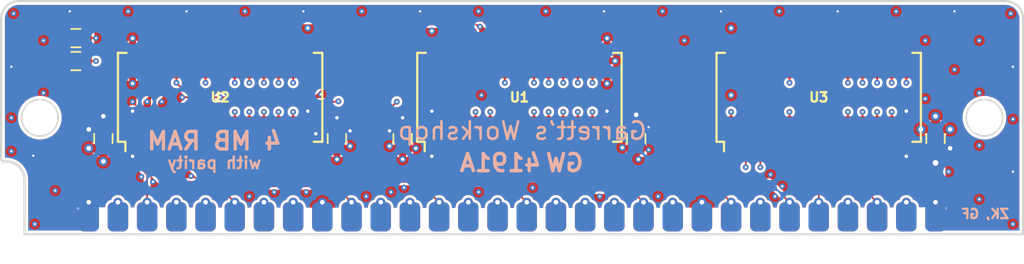
<source format=kicad_pcb>
(kicad_pcb (version 20221018) (generator pcbnew)
  (title_block (title "GW4191A") (date "2021-06-19") (rev "1.0-SOJ") (company "Garrett's Workshop"))
  (layers (0 "F.Cu" signal) (1 "In1.Cu" power) (2 "In2.Cu" signal) (31 "B.Cu" power) (34 "B.Paste" user) (35 "F.Paste" user) (36 "B.SilkS" user "B.Silkscreen") (37 "F.SilkS" user "F.Silkscreen") (38 "B.Mask" user) (39 "F.Mask" user) (44 "Edge.Cuts" user))
  (net 0 "")
  (net 1 "+5V")
  (net 2 "/D0")
  (net 3 "/D1")
  (net 4 "/~{WE}")
  (net 5 "/~{RAS}")
  (net 6 "/~{CAS}")
  (net 7 "/D2")
  (net 8 "/D3")
  (net 9 "GND")
  (net 10 "/D4")
  (net 11 "/D5")
  (net 12 "/D6")
  (net 13 "/A11")
  (net 14 "/D7")
  (net 15 "/QP")
  (net 16 "/~{CASP}")
  (net 17 "/DP")
  (net 18 "/1A0")
  (net 19 "/1A1")
  (net 20 "/1A2")
  (net 21 "/1A3")
  (net 22 "/1A4")
  (net 23 "/1A5")
  (net 24 "/1A6")
  (net 25 "/1A7")
  (net 26 "/1A8")
  (net 27 "/1A10")
  (net 28 "/1A9")
  (net 29 "/~{OE}")
  (net 30 "Net-(U3-Pad4)")
  (net 31 "Net-(U3-Pad23)")
  (footprint "stdpads:C_0805" (layer "F.Cu") (at 85.09 93.257 -90)
    (fp_text reference "C1")
    (fp_text value "2u2")
  )
  (footprint "stdpads:C_0805" (layer "F.Cu") (at 105.41 93.257 -90)
    (fp_text reference "C2")
    (fp_text value "2u2")
  )
  (footprint "stdpads:C_0805" (layer "F.Cu") (at 111.125 93.257 -90)
    (fp_text reference "C3")
    (fp_text value "2u2")
  )
  (footprint "stdpads:C_0805" (layer "F.Cu") (at 131.445 93.257 -90)
    (fp_text reference "C4")
    (fp_text value "2u2")
  )
  (footprint "stdpads:C_0805" (layer "F.Cu") (at 157.48 93.257 90)
    (fp_text reference "C5")
    (fp_text value "2u2")
  )
  (footprint "stdpads:SIMM-30_Edge" (layer "F.Cu") (at 120.65 99.822)
    (fp_text reference "J1")
    (fp_text value "DRAM-SIMM-30")
  )
  (footprint "stdpads:R_0805" (layer "F.Cu") (at 82.7 86.5 180)
    (fp_text reference "R1")
    (fp_text value "EDO")
  )
  (footprint "stdpads:R_0805" (layer "F.Cu") (at 82.7 84.5)
    (fp_text reference "R2")
    (fp_text value "FPM")
  )
  (footprint "stdpads:SOJ-24-26_300mil" (layer "F.Cu") (at 121.285 89.662 90)
    (fp_text reference "U1")
    (fp_text value "4C4M4")
  )
  (footprint "stdpads:SOJ-24-26_300mil" (layer "F.Cu") (at 95.25 89.662 90)
    (fp_text reference "U2")
    (fp_text value "4C4M4")
  )
  (footprint "stdpads:SOJ-20-26_300mil" (layer "F.Cu") (at 147.32 89.662 90)
    (fp_text reference "U3")
    (fp_text value "4C4M1")
  )
  (gr_circle (center 79.5655 91.44) (end 77.978 91.44) (stroke (width 0.15)) (fill none) (layer "Edge.Cuts"))
  (gr_circle (center 161.7345 91.44) (end 163.322 91.44) (stroke (width 0.15)) (fill none) (layer "Edge.Cuts"))
  (gr_arc (start 163.576 81.28) (mid 164.653631 81.726369) (end 165.1 82.804) (stroke (width 0.2)) (layer "Edge.Cuts"))
  (gr_arc (start 76.2 82.804) (mid 76.646369 81.726369) (end 77.724 81.28) (stroke (width 0.2)) (layer "Edge.Cuts"))
  (gr_arc (start 76.454 95.25) (mid 76.274395 95.175605) (end 76.2 94.996) (stroke (width 0.2)) (layer "Edge.Cuts"))
  (gr_line (start 76.6445 95.25) (end 76.454 95.25) (stroke (width 0.2)) (layer "Edge.Cuts"))
  (gr_line (start 78.232 101.6) (end 78.232 96.8375) (stroke (width 0.2)) (layer "Edge.Cuts"))
  (gr_line (start 76.2 94.996) (end 76.2 82.804) (stroke (width 0.2)) (layer "Edge.Cuts"))
  (gr_arc (start 76.6445 95.25) (mid 77.767032 95.714968) (end 78.232 96.8375) (stroke (width 0.2)) (layer "Edge.Cuts"))
  (gr_line (start 165.1 82.804) (end 165.1 101.6) (stroke (width 0.2)) (layer "Edge.Cuts"))
  (gr_line (start 165.1 101.6) (end 78.232 101.6) (stroke (width 0.2)) (layer "Edge.Cuts"))
  (gr_line (start 77.724 81.28) (end 163.576 81.28) (stroke (width 0.2)) (layer "Edge.Cuts"))
  (gr_text "GW" (at 125.222 95.377) (layer "B.SilkS") (effects (font (size 1.5 1.5) (thickness 0.3)) (justify mirror)))
  (gr_text "4 MB RAM" (at 94.742 93.472) (layer "B.SilkS") (effects (font (size 1.524 1.524) (thickness 0.3)) (justify mirror)))
  (gr_text "Garrett’s Workshop" (at 121.539 92.583) (layer "B.SilkS") (effects (font (size 1.524 1.524) (thickness 0.225)) (justify mirror)))
  (gr_text "with parity" (at 94.742 95.377) (layer "B.SilkS") (effects (font (size 1.016 1.016) (thickness 0.2032)) (justify mirror)))
  (gr_text "4191A" (at 119.634 95.377) (layer "B.SilkS") (effects (font (size 1.5 1.5) (thickness 0.3)) (justify mirror)))
  (gr_text "ZK, GF" (at 161.798 99.822) (layer "B.SilkS") (effects (font (size 0.8128 0.8128) (thickness 0.2032)) (justify mirror)))
  (segment (start 154.94 93.599) (end 154.94 92.837) (width 0.6) (layer "F.Cu") (net 1))
  (segment (start 113.665 92.456) (end 113.665 92.837) (width 0.6) (layer "F.Cu") (net 1))
  (segment (start 132.383 92.407) (end 132.5245 92.2655) (width 0.508) (layer "F.Cu") (net 1))
  (segment (start 85.09 92.407) (end 83.869 92.407) (width 0.762) (layer "F.Cu") (net 1))
  (segment (start 131.445 92.407) (end 131.445 91.186) (width 0.762) (layer "F.Cu") (net 1))
  (segment (start 157.48 98.806) (end 157.48 95.377) (width 1.27) (layer "F.Cu") (net 1))
  (segment (start 131.445 92.407) (end 132.383 92.407) (width 0.508) (layer "F.Cu") (net 1))
  (segment (start 128.905 92.456) (end 128.905 92.837) (width 0.6) (layer "F.Cu") (net 1))
  (segment (start 102.87 92.456) (end 102.87 92.837) (width 0.6) (layer "F.Cu") (net 1))
  (segment (start 111.125 92.407) (end 111.125 91.44) (width 0.6) (layer "F.Cu") (net 1))
  (segment (start 110.158 92.407) (end 109.982 92.583) (width 0.6) (layer "F.Cu") (net 1))
  (segment (start 128.954 92.407) (end 128.905 92.456) (width 0.6) (layer "F.Cu") (net 1))
  (segment (start 102.87 92.837) (end 102.87 90.8685) (width 0.6) (layer "F.Cu") (net 1))
  (segment (start 157.48 94.107) (end 158.75 94.107) (width 0.8) (layer "F.Cu") (net 1))
  (segment (start 154.94 92.837) (end 154.94 94.8055) (width 0.6) (layer "F.Cu") (net 1))
  (segment (start 155.7655 93.599) (end 154.94 93.599) (width 0.6) (layer "F.Cu") (net 1))
  (segment (start 102.87 92.837) (end 103.5685 92.837) (width 0.6) (layer "F.Cu") (net 1))
  (segment (start 83.869 92.407) (end 83.82 92.456) (width 0.762) (layer "F.Cu") (net 1))
  (segment (start 113.665 92.837) (end 113.665 90.8685) (width 0.6) (layer "F.Cu") (net 1))
  (segment (start 85.09 92.407) (end 87.581 92.407) (width 0.6) (layer "F.Cu") (net 1))
  (segment (start 157.48 94.107) (end 156.2735 94.107) (width 0.6) (layer "F.Cu") (net 1))
  (segment (start 102.919 92.407) (end 102.87 92.456) (width 0.6) (layer "F.Cu") (net 1))
  (segment (start 105.41 92.407) (end 105.41 91.44) (width 0.6) (layer "F.Cu") (net 1))
  (segment (start 111.125 92.407) (end 113.616 92.407) (width 0.6) (layer "F.Cu") (net 1))
  (segment (start 157.48 95.377) (end 157.48 94.107) (width 0.762) (layer "F.Cu") (net 1))
  (segment (start 87.63 92.837) (end 87.63 94.8055) (width 0.6) (layer "F.Cu") (net 1))
  (segment (start 106.377 92.407) (end 106.553 92.583) (width 0.6) (layer "F.Cu") (net 1))
  (segment (start 87.581 92.407) (end 87.63 92.456) (width 0.6) (layer "F.Cu") (net 1))
  (segment (start 87.63 92.456) (end 87.63 92.837) (width 0.6) (layer "F.Cu") (net 1))
  (segment (start 131.445 92.407) (end 128.954 92.407) (width 0.6) (layer "F.Cu") (net 1))
  (segment (start 113.665 92.837) (end 113.665 94.8055) (width 0.6) (layer "F.Cu") (net 1))
  (segment (start 128.905 92.837) (end 128.905 90.8685) (width 0.6) (layer "F.Cu") (net 1))
  (segment (start 105.41 92.407) (end 102.919 92.407) (width 0.6) (layer "F.Cu") (net 1))
  (segment (start 113.616 92.407) (end 113.665 92.456) (width 0.6) (layer "F.Cu") (net 1))
  (segment (start 154.94 92.837) (end 154.94 90.8685) (width 0.6) (layer "F.Cu") (net 1))
  (segment (start 156.2735 94.107) (end 155.7655 93.599) (width 0.6) (layer "F.Cu") (net 1))
  (segment (start 111.125 92.407) (end 110.158 92.407) (width 0.6) (layer "F.Cu") (net 1))
  (segment (start 87.63 92.837) (end 87.63 90.8685) (width 0.6) (layer "F.Cu") (net 1))
  (segment (start 85.09 92.407) (end 85.09 91.313) (width 0.762) (layer "F.Cu") (net 1))
  (segment (start 105.41 92.407) (end 106.377 92.407) (width 0.6) (layer "F.Cu") (net 1))
  (via (at 77.089 86.995) (size 0.508) (drill 0.2) (layers "F.Cu" "B.Cu") (net 1))
  (via (at 164.211 86.995) (size 0.508) (drill 0.2) (layers "F.Cu" "B.Cu") (net 1))
  (via (at 164.211 96.139) (size 0.508) (drill 0.2) (layers "F.Cu" "B.Cu") (net 1))
  (via (at 78.994 94.742) (size 0.508) (drill 0.2) (layers "F.Cu" "B.Cu") (net 1))
  (via (at 159.131 82.169) (size 0.508) (drill 0.2) (layers "F.Cu" "B.Cu") (net 1))
  (via (at 148.971 82.169) (size 0.508) (drill 0.2) (layers "F.Cu" "B.Cu") (net 1))
  (via (at 92.329 82.169) (size 0.508) (drill 0.2) (layers "F.Cu" "B.Cu") (net 1))
  (via (at 102.489 82.169) (size 0.508) (drill 0.2) (layers "F.Cu" "B.Cu") (net 1))
  (via (at 138.811 82.169) (size 0.508) (drill 0.2) (layers "F.Cu" "B.Cu") (net 1))
  (via (at 82.169 82.169) (size 0.508) (drill 0.2) (layers "F.Cu" "B.Cu") (net 1))
  (via (at 112.649 82.169) (size 0.508) (drill 0.2) (layers "F.Cu" "B.Cu") (net 1))
  (via (at 128.651 82.169) (size 0.508) (drill 0.2) (layers "F.Cu" "B.Cu") (net 1))
  (via (at 102.87 90.8685) (size 0.6) (drill 0.3) (layers "F.Cu" "B.Cu") (net 1))
  (via (at 154.94 90.8685) (size 0.6) (drill 0.3) (layers "F.Cu" "B.Cu") (net 1))
  (via (at 87.63 94.8055) (size 0.6) (drill 0.3) (layers "F.Cu" "B.Cu") (net 1))
  (via (at 85.09 91.313) (size 0.8) (drill 0.4) (layers "F.Cu" "B.Cu") (net 1))
  (via (at 105.41 91.44) (size 0.6) (drill 0.3) (layers "F.Cu" "B.Cu") (net 1))
  (via (at 113.665 94.8055) (size 0.6) (drill 0.3) (layers "F.Cu" "B.Cu") (net 1))
  (via (at 106.553 92.583) (size 0.6) (drill 0.3) (layers "F.Cu" "B.Cu") (net 1))
  (via (at 87.63 90.8685) (size 0.6) (drill 0.3) (layers "F.Cu" "B.Cu") (net 1))
  (via (at 111.125 91.44) (size 0.6) (drill 0.3) (layers "F.Cu" "B.Cu") (net 1))
  (via (at 83.82 92.456) (size 0.8) (drill 0.4) (layers "F.Cu" "B.Cu") (net 1))
  (via (at 158.75 94.107) (size 0.8) (drill 0.4) (layers "F.Cu" "B.Cu") (net 1))
  (via (at 113.665 90.8685) (size 0.6) (drill 0.3) (layers "F.Cu" "B.Cu") (net 1))
  (via (at 154.94 94.8055) (size 0.6) (drill 0.3) (layers "F.Cu" "B.Cu") (net 1))
  (via (at 132.5245 92.2655) (size 0.508) (drill 0.2) (layers "F.Cu" "B.Cu") (net 1))
  (via (at 128.905 90.8685) (size 0.6) (drill 0.3) (layers "F.Cu" "B.Cu") (net 1))
  (via (at 131.445 91.186) (size 0.8) (drill 0.4) (layers "F.Cu" "B.Cu") (net 1))
  (via (at 157.48 95.377) (size 1) (drill 0.5) (layers "F.Cu" "B.Cu") (net 1))
  (via (at 103.5685 92.837) (size 0.6) (drill 0.3) (layers "F.Cu" "B.Cu") (net 1))
  (via (at 109.982 92.583) (size 0.6) (drill 0.3) (layers "F.Cu" "B.Cu") (net 1))
  (segment (start 88.265 95.758) (end 88.265 89.916) (width 0.1524) (layer "F.Cu") (net 2))
  (segment (start 88.9 96.393) (end 88.265 95.758) (width 0.1524) (layer "F.Cu") (net 2))
  (segment (start 88.9 89.281) (end 88.9 85.962) (width 0.1524) (layer "F.Cu") (net 2))
  (segment (start 88.265 89.916) (end 88.9 89.281) (width 0.1524) (layer "F.Cu") (net 2))
  (segment (start 88.9 98.806) (end 88.9 96.393) (width 0.1524) (layer "F.Cu") (net 2))
  (segment (start 88.9 95.758) (end 88.9 94.112) (width 0.1524) (layer "F.Cu") (net 3))
  (segment (start 90.932 97.79) (end 88.9 95.758) (width 0.1524) (layer "F.Cu") (net 3))
  (segment (start 96.52 98.806) (end 95.504 97.79) (width 0.1524) (layer "F.Cu") (net 3))
  (segment (start 95.504 97.79) (end 90.932 97.79) (width 0.1524) (layer "F.Cu") (net 3))
  (segment (start 117.475 94.112) (end 117.475 90.932) (width 0.1524) (layer "F.Cu") (net 4))
  (segment (start 105.50525 90.043) (end 95.631 90.043) (width 0.1524) (layer "F.Cu") (net 4))
  (segment (start 94.996 90.17) (end 94.869 90.043) (width 0.1524) (layer "F.Cu") (net 4))
  (segment (start 92.329 90.043) (end 91.44 90.932) (width 0.1524) (layer "F.Cu") (net 4))
  (segment (start 91.44 90.932) (end 91.44 94.112) (width 0.1524) (layer "F.Cu") (net 4))
  (segment (start 95.504 90.17) (end 94.996 90.17) (width 0.1524) (layer "F.Cu") (net 4))
  (segment (start 94.869 90.043) (end 92.329 90.043) (width 0.1524) (layer "F.Cu") (net 4))
  (segment (start 95.631 90.043) (end 95.504 90.17) (width 0.1524) (layer "F.Cu") (net 4))
  (segment (start 140.97 93.362) (end 140.97 95.758) (width 0.1524) (layer "F.Cu") (net 4))
  (segment (start 105.537 90.01125) (end 105.50525 90.043) (width 0.1524) (layer "F.Cu") (net 4))
  (via (at 117.475 90.932) (size 0.508) (drill 0.2) (layers "F.Cu" "B.Cu") (net 4))
  (via (at 105.537 90.01125) (size 0.508) (drill 0.2) (layers "F.Cu" "B.Cu") (net 4))
  (via (at 140.97 95.758) (size 0.508) (drill 0.2) (layers "F.Cu" "B.Cu") (net 4))
  (segment (start 118.745 94.112) (end 118.745 90.932) (width 0.1524) (layer "F.Cu") (net 5))
  (segment (start 110.617 90.043) (end 108.331 92.329) (width 0.1524) (layer "F.Cu") (net 5))
  (segment (start 108.331 92.329) (end 108.331 94.107) (width 0.1524) (layer "F.Cu") (net 5))
  (segment (start 92.71 95.758) (end 92.71 93.362) (width 0.1524) (layer "F.Cu") (net 5))
  (segment (start 142.24 93.362) (end 142.24 95.758) (width 0.1524) (layer "F.Cu") (net 5))
  (segment (start 93.345 96.393) (end 92.71 95.758) (width 0.1524) (layer "F.Cu") (net 5))
  (segment (start 106.045 96.393) (end 93.345 96.393) (width 0.1524) (layer "F.Cu") (net 5))
  (segment (start 108.331 94.107) (end 106.045 96.393) (width 0.1524) (layer "F.Cu") (net 5))
  (via (at 118.745 90.932) (size 0.508) (drill 0.2) (layers "F.Cu" "B.Cu") (net 5))
  (via (at 142.24 95.758) (size 0.508) (drill 0.2) (layers "F.Cu" "B.Cu") (net 5))
  (via (at 110.617 90.043) (size 0.508) (drill 0.2) (layers "F.Cu" "B.Cu") (net 5))
  (segment (start 103.3145 89.281) (end 95.631 89.281) (width 0.1524) (layer "F.Cu") (net 6))
  (segment (start 117.475 83.82) (end 116.967 83.312) (width 0.1524) (layer "F.Cu") (net 6))
  (segment (start 94.996 89.154) (end 94.869 89.281) (width 0.1524) (layer "F.Cu") (net 6))
  (segment (start 109.2835 83.312) (end 103.3145 89.281) (width 0.1524) (layer "F.Cu") (net 6))
  (segment (start 117.475 85.212) (end 117.475 83.82) (width 0.1524) (layer "F.Cu") (net 6))
  (segment (start 95.504 89.154) (end 94.996 89.154) (width 0.1524) (layer "F.Cu") (net 6))
  (segment (start 92.329 89.281) (end 91.44 88.392) (width 0.1524) (layer "F.Cu") (net 6))
  (segment (start 94.869 89.281) (end 92.329 89.281) (width 0.1524) (layer "F.Cu") (net 6))
  (segment (start 84.45 86.5) (end 83.65 86.5) (width 0.1524) (layer "F.Cu") (net 6))
  (segment (start 91.44 88.392) (end 91.44 85.212) (width 0.1524) (layer "F.Cu") (net 6))
  (segment (start 95.631 89.281) (end 95.504 89.154) (width 0.1524) (layer "F.Cu") (net 6))
  (segment (start 116.967 83.312) (end 109.2835 83.312) (width 0.1524) (layer "F.Cu") (net 6))
  (via (at 84.45 86.5) (size 0.508) (drill 0.2) (layers "F.Cu" "B.Cu") (net 6))
  (via (at 91.44 88.392) (size 0.508) (drill 0.2) (layers "F.Cu" "B.Cu") (net 6))
  (segment (start 89.535 95.758) (end 91.186 97.409) (width 0.1524) (layer "F.Cu") (net 7))
  (segment (start 105.283 97.409) (end 106.68 98.806) (width 0.1524) (layer "F.Cu") (net 7))
  (segment (start 91.186 97.409) (end 105.283 97.409) (width 0.1524) (layer "F.Cu") (net 7))
  (segment (start 90.17 85.212) (end 90.17 89.281) (width 0.1524) (layer "F.Cu") (net 7))
  (segment (start 89.535 89.916) (end 89.535 95.758) (width 0.1524) (layer "F.Cu") (net 7))
  (segment (start 90.17 89.281) (end 89.535 89.916) (width 0.1524) (layer "F.Cu") (net 7))
  (segment (start 91.44 97.028) (end 112.522 97.028) (width 0.1524) (layer "F.Cu") (net 8))
  (segment (start 90.17 94.112) (end 90.17 95.758) (width 0.1524) (layer "F.Cu") (net 8))
  (segment (start 112.522 97.028) (end 114.3 98.806) (width 0.1524) (layer "F.Cu") (net 8))
  (segment (start 90.17 95.758) (end 91.44 97.028) (width 0.1524) (layer "F.Cu") (net 8))
  (segment (start 83.65 84.5) (end 84.45 84.5) (width 0.1524) (layer "F.Cu") (net 9))
  (segment (start 139.7 86.487) (end 139.192 86.487) (width 0.6) (layer "F.Cu") (net 9))
  (segment (start 131.445 94.107) (end 131.445 94.869) (width 0.6) (layer "F.Cu") (net 9))
  (segment (start 128.905 86.487) (end 128.905 88.4555) (width 0.6) (layer "F.Cu") (net 9))
  (segment (start 111.125 94.107) (end 110.1725 94.107) (width 0.6) (layer "F.Cu") (net 9))
  (segment (start 102.87 86.487) (end 102.87 83.6295) (width 0.6) (layer "F.Cu") (net 9))
  (segment (start 128.905 86.487) (end 128.905 84.5185) (width 0.6) (layer "F.Cu") (net 9))
  (segment (start 87.63 86.487) (end 87.63 88.4555) (width 0.6) (layer "F.Cu") (net 9))
  (segment (start 131.445 94.107) (end 130.302 94.107) (width 0.6) (layer "F.Cu") (net 9))
  (segment (start 110.1725 94.107) (end 109.982 93.9165) (width 0.6) (layer "F.Cu") (net 9))
  (segment (start 157.48 92.407) (end 157.48 91.313) (width 0.8) (layer "F.Cu") (net 9))
  (segment (start 158.701 92.407) (end 158.75 92.456) (width 0.8) (layer "F.Cu") (net 9))
  (segment (start 102.87 86.487) (end 102.87 88.2015) (width 0.6) (layer "F.Cu") (net 9))
  (segment (start 139.7 86.487) (end 139.7 89.4715) (width 0.6) (layer "F.Cu") (net 9))
  (segment (start 85.09 94.107) (end 85.09 95.25) (width 0.762) (layer "F.Cu") (net 9))
  (segment (start 131.445 94.107) (end 132.3975 94.107) (width 0.508) (layer "F.Cu") (net 9))
  (segment (start 106.3625 94.107) (end 106.553 93.9165) (width 0.6) (layer "F.Cu") (net 9))
  (segment (start 113.665 86.487) (end 113.665 88.2015) (width 0.6) (layer "F.Cu") (net 9))
  (segment (start 132.3975 94.107) (end 132.5245 94.234) (width 0.508) (layer "F.Cu") (net 9))
  (segment (start 130.302 94.107) (end 130.2385 94.0435) (width 0.6) (layer "F.Cu") (net 9))
  (segment (start 113.665 86.487) (end 113.665 83.8835) (width 0.6) (layer "F.Cu") (net 9))
  (segment (start 85.09 94.107) (end 83.82 94.107) (width 0.762) (layer "F.Cu") (net 9))
  (segment (start 105.41 94.107) (end 106.3625 94.107) (width 0.6) (layer "F.Cu") (net 9))
  (segment (start 111.125 94.107) (end 111.125 95.0595) (width 0.6) (layer "F.Cu") (net 9))
  (segment (start 128.905 86.487) (end 129.6035 86.487) (width 0.6) (layer "F.Cu") (net 9))
  (segment (start 157.48 92.407) (end 156.259 92.407) (width 0.8) (layer "F.Cu") (net 9))
  (segment (start 111.125 94.107) (end 112.268 94.107) (width 0.6) (layer "F.Cu") (net 9))
  (segment (start 157.48 92.407) (end 158.701 92.407) (width 0.8) (layer "F.Cu") (net 9))
  (segment (start 156.259 92.407) (end 156.21 92.456) (width 0.8) (layer "F.Cu") (net 9))
  (segment (start 131.445 94.869) (end 131.6355 95.0595) (width 0.6) (layer "F.Cu") (net 9))
  (segment (start 139.7 86.487) (end 139.7 83.6295) (width 0.6) (layer "F.Cu") (net 9))
  (segment (start 113.665 86.487) (end 113.157 86.487) (width 0.6) (layer "F.Cu") (net 9))
  (segment (start 105.41 94.107) (end 105.41 95.0595) (width 0.6) (layer "F.Cu") (net 9))
  (segment (start 87.63 86.487) (end 87.63 84.5185) (width 0.6) (layer "F.Cu") (net 9))
  (via (at 95.25 89.662) (size 0.508) (drill 0.2) (layers "F.Cu" "B.Cu") (net 9))
  (via (at 92.71 96.52) (size 0.508) (drill 0.2) (layers "F.Cu" "B.Cu") (net 9))
  (via (at 111.252 97.536) (size 0.508) (drill 0.2) (layers "F.Cu" "B.Cu") (net 9))
  (via (at 117.729 97.917) (size 0.508) (drill 0.2) (layers "F.Cu" "B.Cu") (net 9))
  (via (at 89.408 97.028) (size 0.508) (drill 0.2) (layers "F.Cu" "B.Cu") (net 9))
  (via (at 88.392 96.5835) (size 0.508) (drill 0.2) (layers "F.Cu" "B.Cu") (net 9))
  (via (at 144.145 97.409) (size 0.508) (drill 0.2) (layers "F.Cu" "B.Cu") (net 9))
  (via (at 143.129 96.393) (size 0.508) (drill 0.2) (layers "F.Cu" "B.Cu") (net 9))
  (via (at 88.9 90.043) (size 0.508) (drill 0.2) (layers "F.Cu" "B.Cu") (net 9))
  (via (at 87.63 90.043) (size 0.508) (drill 0.2) (layers "F.Cu" "B.Cu") (net 9))
  (via (at 90.17 90.043) (size 0.508) (drill 0.2) (layers "F.Cu" "B.Cu") (net 9))
  (via (at 91.948 89.662) (size 0.508) (drill 0.2) (layers "F.Cu" "B.Cu") (net 9))
  (via (at 117.983 89.4715) (size 0.508) (drill 0.2) (layers "F.Cu" "B.Cu") (net 9))
  (via (at 122.428 97.536) (size 0.508) (drill 0.2) (layers "F.Cu" "B.Cu") (net 9))
  (via (at 164.0205 82.3595) (size 0.508) (drill 0.2) (layers "F.Cu" "B.Cu") (net 9))
  (via (at 164.211 100.711) (size 0.508) (drill 0.2) (layers "F.Cu" "B.Cu") (net 9))
  (via (at 79.121 100.711) (size 0.508) (drill 0.2) (layers "F.Cu" "B.Cu") (net 9))
  (via (at 77.089 91.44) (size 0.508) (drill 0.2) (layers "F.Cu" "B.Cu") (net 9))
  (via (at 79.883 84.709) (size 0.508) (drill 0.2) (layers "F.Cu" "B.Cu") (net 9))
  (via (at 161.29 84.709) (size 0.508) (drill 0.2) (layers "F.Cu" "B.Cu") (net 9))
  (via (at 161.29 89.281) (size 0.508) (drill 0.2) (layers "F.Cu" "B.Cu") (net 9))
  (via (at 161.29 93.853) (size 0.508) (drill 0.2) (layers "F.Cu" "B.Cu") (net 9))
  (via (at 161.29 98.552) (size 0.508) (drill 0.2) (layers "F.Cu" "B.Cu") (net 9))
  (via (at 80.899 97.79) (size 0.508) (drill 0.2) (layers "F.Cu" "B.Cu") (net 9))
  (via (at 79.883 89.281) (size 0.508) (drill 0.2) (layers "F.Cu" "B.Cu") (net 9))
  (via (at 133.35 98.298) (size 0.508) (drill 0.2) (layers "F.Cu" "B.Cu") (net 9))
  (via (at 110.109 97.917) (size 0.508) (drill 0.2) (layers "F.Cu" "B.Cu") (net 9))
  (via (at 102.743 97.917) (size 0.508) (drill 0.2) (layers "F.Cu" "B.Cu") (net 9))
  (via (at 99.949 97.917) (size 0.508) (drill 0.2) (layers "F.Cu" "B.Cu") (net 9))
  (via (at 97.79 98.298) (size 0.508) (drill 0.2) (layers "F.Cu" "B.Cu") (net 9))
  (via (at 158.623 96.139) (size 0.508) (drill 0.2) (layers "F.Cu" "B.Cu") (net 9))
  (via (at 104.013 89.408) (size 0.508) (drill 0.2) (layers "F.Cu" "B.Cu") (net 9))
  (via (at 164.211 91.567) (size 0.508) (drill 0.2) (layers "F.Cu" "B.Cu") (net 9))
  (via (at 156.591 89.789) (size 0.508) (drill 0.2) (layers "F.Cu" "B.Cu") (net 9))
  (via (at 159.131 87.249) (size 0.508) (drill 0.2) (layers "F.Cu" "B.Cu") (net 9))
  (via (at 156.591 84.709) (size 0.508) (drill 0.2) (layers "F.Cu" "B.Cu") (net 9))
  (via (at 77.2795 82.3595) (size 0.508) (drill 0.2) (layers "F.Cu" "B.Cu") (net 9))
  (via (at 154.051 82.169) (size 0.508) (drill 0.2) (layers "F.Cu" "B.Cu") (net 9))
  (via (at 87.249 82.169) (size 0.508) (drill 0.2) (layers "F.Cu" "B.Cu") (net 9))
  (via (at 97.409 82.169) (size 0.508) (drill 0.2) (layers "F.Cu" "B.Cu") (net 9))
  (via (at 143.891 82.169) (size 0.508) (drill 0.2) (layers "F.Cu" "B.Cu") (net 9))
  (via (at 117.856 83.5025) (size 0.508) (drill 0.2) (layers "F.Cu" "B.Cu") (net 9))
  (via (at 107.569 82.169) (size 0.508) (drill 0.2) (layers "F.Cu" "B.Cu") (net 9))
  (via (at 117.729 82.169) (size 0.508) (drill 0.2) (layers "F.Cu" "B.Cu") (net 9))
  (via (at 123.571 82.169) (size 0.508) (drill 0.2) (layers "F.Cu" "B.Cu") (net 9))
  (via (at 133.731 82.169) (size 0.508) (drill 0.2) (layers "F.Cu" "B.Cu") (net 9))
  (via (at 128.27 98.298) (size 0.508) (drill 0.2) (layers "F.Cu" "B.Cu") (net 9))
  (via (at 107.95 98.298) (size 0.508) (drill 0.2) (layers "F.Cu" "B.Cu") (net 9))
  (via (at 143.51 98.298) (size 0.508) (drill 0.2) (layers "F.Cu" "B.Cu") (net 9))
  (via (at 135.636 84.709) (size 0.508) (drill 0.2) (layers "F.Cu" "B.Cu") (net 9))
  (via (at 77.089 94.361) (size 0.508) (drill 0.2) (layers "F.Cu" "B.Cu") (net 9))
  (via (at 132.5245 94.234) (size 0.508) (drill 0.2) (layers "F.Cu" "B.Cu") (net 9))
  (via (at 113.665 83.8835) (size 0.6) (drill 0.3) (layers "F.Cu" "B.Cu") (net 9))
  (via (at 128.905 88.4555) (size 0.6) (drill 0.3) (layers "F.Cu" "B.Cu") (net 9))
  (via (at 139.7 83.6295) (size 0.6) (drill 0.3) (layers "F.Cu" "B.Cu") (net 9))
  (via (at 139.7 89.4715) (size 0.6) (drill 0.3) (layers "F.Cu" "B.Cu") (net 9))
  (via (at 158.75 92.456) (size 0.8) (drill 0.4) (layers "F.Cu" "B.Cu") (net 9))
  (via (at 157.48 91.313) (size 0.8) (drill 0.4) (layers "F.Cu" "B.Cu") (net 9))
  (via (at 87.63 84.5185) (size 0.6) (drill 0.3) (layers "F.Cu" "B.Cu") (net 9))
  (via (at 111.125 95.0595) (size 0.6) (drill 0.3) (layers "F.Cu" "B.Cu") (net 9))
  (via (at 109.982 93.9165) (size 0.6) (drill 0.3) (layers "F.Cu" "B.Cu") (net 9))
  (via (at 105.41 95.0595) (size 0.6) (drill 0.3) (layers "F.Cu" "B.Cu") (net 9))
  (via (at 112.268 94.107) (size 0.6) (drill 0.3) (layers "F.Cu" "B.Cu") (net 9))
  (via (at 130.2385 94.0435) (size 0.6) (drill 0.3) (layers "F.Cu" "B.Cu") (net 9))
  (via (at 131.6355 95.0595) (size 0.6) (drill 0.3) (layers "F.Cu" "B.Cu") (net 9))
  (via (at 102.87 83.6295) (size 0.6) (drill 0.3) (layers "F.Cu" "B.Cu") (net 9))
  (via (at 83.82 94.107) (size 0.8) (drill 0.4) (layers "F.Cu" "B.Cu") (net 9))
  (via (at 87.63 88.4555) (size 0.6) (drill 0.3) (layers "F.Cu" "B.Cu") (net 9))
  (via (at 128.905 84.5185) (size 0.6) (drill 0.3) (layers "F.Cu" "B.Cu") (net 9))
  (via (at 85.09 95.25) (size 0.8) (drill 0.4) (layers "F.Cu" "B.Cu") (net 9))
  (via (at 106.553 93.9165) (size 0.6) (drill 0.3) (layers "F.Cu" "B.Cu") (net 9))
  (via (at 84.45 84.5) (size 0.508) (drill 0.2) (layers "F.Cu" "B.Cu") (net 9))
  (via (at 129.6035 86.487) (size 0.6) (drill 0.3) (layers "F.Cu" "B.Cu") (net 9))
  (via (at 156.21 92.456) (size 0.8) (drill 0.4) (layers "F.Cu" "B.Cu") (net 9))
  (segment (start 114.3 95.758) (end 115.697 97.155) (width 0.1524) (layer "F.Cu") (net 10))
  (segment (start 120.269 97.155) (end 121.92 98.806) (width 0.1524) (layer "F.Cu") (net 10))
  (segment (start 115.697 97.155) (end 120.269 97.155) (width 0.1524) (layer "F.Cu") (net 10))
  (segment (start 114.935 85.962) (end 114.935 89.027) (width 0.1524) (layer "F.Cu") (net 10))
  (segment (start 114.935 89.027) (end 114.3 89.662) (width 0.1524) (layer "F.Cu") (net 10))
  (segment (start 114.3 95.758) (end 114.3 89.662) (width 0.1524) (layer "F.Cu") (net 10))
  (segment (start 114.935 93.362) (end 114.935 95.758) (width 0.1524) (layer "F.Cu") (net 11))
  (segment (start 114.935 95.758) (end 115.951 96.774) (width 0.1524) (layer "F.Cu") (net 11))
  (segment (start 124.206 97.79) (end 131.064 97.79) (width 0.1524) (layer "F.Cu") (net 11))
  (segment (start 115.951 96.774) (end 123.19 96.774) (width 0.1524) (layer "F.Cu") (net 11))
  (segment (start 131.064 97.79) (end 132.08 98.806) (width 0.1524) (layer "F.Cu") (net 11))
  (segment (start 123.19 96.774) (end 124.206 97.79) (width 0.1524) (layer "F.Cu") (net 11))
  (segment (start 124.333 97.409) (end 138.303 97.409) (width 0.1524) (layer "F.Cu") (net 12))
  (segment (start 116.205 89.027) (end 115.57 89.662) (width 0.1524) (layer "F.Cu") (net 12))
  (segment (start 115.57 89.662) (end 115.57 95.758) (width 0.1524) (layer "F.Cu") (net 12))
  (segment (start 115.57 95.758) (end 116.205 96.393) (width 0.1524) (layer "F.Cu") (net 12))
  (segment (start 116.205 96.393) (end 123.317 96.393) (width 0.1524) (layer "F.Cu") (net 12))
  (segment (start 138.303 97.409) (end 139.7 98.806) (width 0.1524) (layer "F.Cu") (net 12))
  (segment (start 116.205 85.212) (end 116.205 89.027) (width 0.1524) (layer "F.Cu") (net 12))
  (segment (start 123.317 96.393) (end 124.333 97.409) (width 0.1524) (layer "F.Cu") (net 12))
  (segment (start 124.46 97.028) (end 143.002 97.028) (width 0.1524) (layer "F.Cu") (net 14))
  (segment (start 116.205 95.758) (end 116.459 96.012) (width 0.1524) (layer "F.Cu") (net 14))
  (segment (start 123.444 96.012) (end 124.46 97.028) (width 0.1524) (layer "F.Cu") (net 14))
  (segment (start 116.205 93.362) (end 116.205 95.758) (width 0.1524) (layer "F.Cu") (net 14))
  (segment (start 116.459 96.012) (end 123.444 96.012) (width 0.1524) (layer "F.Cu") (net 14))
  (segment (start 143.002 97.028) (end 144.78 98.806) (width 0.1524) (layer "F.Cu") (net 14))
  (segment (start 145.288 90.043) (end 147.32 92.075) (width 0.1524) (layer "F.Cu") (net 15))
  (segment (start 140.97 88.138) (end 142.875 90.043) (width 0.1524) (layer "F.Cu") (net 15))
  (segment (start 147.32 92.075) (end 147.32 98.806) (width 0.1524) (layer "F.Cu") (net 15))
  (segment (start 142.875 90.043) (end 145.288 90.043) (width 0.1524) (layer "F.Cu") (net 15))
  (segment (start 140.97 85.962) (end 140.97 88.138) (width 0.1524) (layer "F.Cu") (net 15))
  (segment (start 149.86 97.155) (end 150.749 97.155) (width 0.1524) (layer "F.Cu") (net 16))
  (segment (start 143.383 89.281) (end 145.669 89.281) (width 0.1524) (layer "F.Cu") (net 16))
  (segment (start 145.669 89.281) (end 148.082 91.694) (width 0.1524) (layer "F.Cu") (net 16))
  (segment (start 148.082 91.694) (end 148.082 95.377) (width 0.1524) (layer "F.Cu") (net 16))
  (segment (start 142.24 88.138) (end 143.383 89.281) (width 0.1524) (layer "F.Cu") (net 16))
  (segment (start 142.24 85.962) (end 142.24 88.138) (width 0.1524) (layer "F.Cu") (net 16))
  (segment (start 150.749 97.155) (end 152.4 98.806) (width 0.1524) (layer "F.Cu") (net 16))
  (segment (start 148.082 95.377) (end 149.86 97.155) (width 0.1524) (layer "F.Cu") (net 16))
  (segment (start 139.7 93.362) (end 139.7 90.932) (width 0.1524) (layer "F.Cu") (net 17))
  (via (at 139.7 90.932) (size 0.508) (drill 0.2) (layers "F.Cu" "B.Cu") (net 17))
  (segment (start 123.825 93.362) (end 123.825 90.932) (width 0.1524) (layer "F.Cu") (net 18))
  (segment (start 100.33 94.112) (end 100.33 90.932) (width 0.1524) (layer "F.Cu") (net 18))
  (segment (start 149.86 93.362) (end 149.86 90.932) (width 0.1524) (layer "F.Cu") (net 18))
  (via (at 123.825 90.932) (size 0.508) (drill 0.2) (layers "F.Cu" "B.Cu") (net 18))
  (via (at 149.86 90.932) (size 0.508) (drill 0.2) (layers "F.Cu" "B.Cu") (net 18))
  (via (at 100.33 90.932) (size 0.508) (drill 0.2) (layers "F.Cu" "B.Cu") (net 18))
  (segment (start 125.095 94.112) (end 125.095 90.932) (width 0.1524) (layer "F.Cu") (net 19))
  (segment (start 99.06 90.932) (end 99.06 93.362) (width 0.1524) (layer "F.Cu") (net 19))
  (segment (start 151.13 93.362) (end 151.13 90.932) (width 0.1524) (layer "F.Cu") (net 19))
  (via (at 99.06 90.932) (size 0.508) (drill 0.2) (layers "F.Cu" "B.Cu") (net 19))
  (via (at 125.095 90.932) (size 0.508) (drill 0.2) (layers "F.Cu" "B.Cu") (net 19))
  (via (at 151.13 90.932) (size 0.508) (drill 0.2) (layers "F.Cu" "B.Cu") (net 19))
  (segment (start 97.79 90.932) (end 97.79 93.362) (width 0.1524) (layer "F.Cu") (net 20))
  (segment (start 152.4 93.362) (end 152.4 90.932) (width 0.1524) (layer "F.Cu") (net 20))
  (segment (start 126.365 94.112) (end 126.365 90.932) (width 0.1524) (layer "F.Cu") (net 20))
  (via (at 152.4 90.932) (size 0.508) (drill 0.2) (layers "F.Cu" "B.Cu") (net 20))
  (via (at 126.365 90.932) (size 0.508) (drill 0.2) (layers "F.Cu" "B.Cu") (net 20))
  (via (at 97.79 90.932) (size 0.508) (drill 0.2) (layers "F.Cu" "B.Cu") (net 20))
  (segment (start 127.635 94.112) (end 127.635 90.932) (width 0.1524) (layer "F.Cu") (net 21))
  (segment (start 96.52 90.932) (end 96.52 93.362) (width 0.1524) (layer "F.Cu") (net 21))
  (segment (start 153.67 93.362) (end 153.67 90.932) (width 0.1524) (layer "F.Cu") (net 21))
  (via (at 96.52 90.932) (size 0.508) (drill 0.2) (layers "F.Cu" "B.Cu") (net 21))
  (via (at 127.635 90.932) (size 0.508) (drill 0.2) (layers "F.Cu" "B.Cu") (net 21))
  (via (at 153.67 90.932) (size 0.508) (drill 0.2) (layers "F.Cu" "B.Cu") (net 21))
  (segment (start 154.94 85.962) (end 154.94 88.392) (width 0.1524) (layer "F.Cu") (net 22))
  (segment (start 93.98 85.212) (end 93.98 88.392) (width 0.1524) (layer "F.Cu") (net 22))
  (segment (start 127.635 85.212) (end 127.635 88.392) (width 0.1524) (layer "F.Cu") (net 22))
  (via (at 154.94 88.392) (size 0.508) (drill 0.2) (layers "F.Cu" "B.Cu") (net 22))
  (via (at 93.98 88.392) (size 0.508) (drill 0.2) (layers "F.Cu" "B.Cu") (net 22))
  (via (at 127.635 88.392) (size 0.508) (drill 0.2) (layers "F.Cu" "B.Cu") (net 22))
  (segment (start 153.67 85.962) (end 153.67 88.392) (width 0.1524) (layer "F.Cu") (net 23))
  (segment (start 126.365 85.962) (end 126.365 88.392) (width 0.1524) (layer "F.Cu") (net 23))
  (segment (start 96.52 88.392) (end 96.52 85.962) (width 0.1524) (layer "F.Cu") (net 23))
  (via (at 153.67 88.392) (size 0.508) (drill 0.2) (layers "F.Cu" "B.Cu") (net 23))
  (via (at 96.52 88.392) (size 0.508) (drill 0.2) (layers "F.Cu" "B.Cu") (net 23))
  (via (at 126.365 88.392) (size 0.508) (drill 0.2) (layers "F.Cu" "B.Cu") (net 23))
  (segment (start 152.4 85.962) (end 152.4 88.392) (width 0.1524) (layer "F.Cu") (net 24))
  (segment (start 125.095 85.212) (end 125.095 88.392) (width 0.1524) (layer "F.Cu") (net 24))
  (segment (start 97.79 88.392) (end 97.79 85.962) (width 0.1524) (layer "F.Cu") (net 24))
  (via (at 97.79 88.392) (size 0.508) (drill 0.2) (layers "F.Cu" "B.Cu") (net 24))
  (via (at 125.095 88.392) (size 0.508) (drill 0.2) (layers "F.Cu" "B.Cu") (net 24))
  (via (at 152.4 88.392) (size 0.508) (drill 0.2) (layers "F.Cu" "B.Cu") (net 24))
  (segment (start 123.825 85.212) (end 123.825 88.392) (width 0.1524) (layer "F.Cu") (net 25))
  (segment (start 99.06 88.392) (end 99.06 85.962) (width 0.1524) (layer "F.Cu") (net 25))
  (segment (start 151.13 85.962) (end 151.13 88.392) (width 0.1524) (layer "F.Cu") (net 25))
  (via (at 123.825 88.392) (size 0.508) (drill 0.2) (layers "F.Cu" "B.Cu") (net 25))
  (via (at 151.13 88.392) (size 0.508) (drill 0.2) (layers "F.Cu" "B.Cu") (net 25))
  (via (at 99.06 88.392) (size 0.508) (drill 0.2) (layers "F.Cu" "B.Cu") (net 25))
  (segment (start 100.33 85.212) (end 100.33 88.392) (width 0.1524) (layer "F.Cu") (net 26))
  (segment (start 149.86 85.962) (end 149.86 88.392) (width 0.1524) (layer "F.Cu") (net 26))
  (segment (start 122.555 85.212) (end 122.555 88.392) (width 0.1524) (layer "F.Cu") (net 26))
  (via (at 122.555 88.392) (size 0.508) (drill 0.2) (layers "F.Cu" "B.Cu") (net 26))
  (via (at 100.33 88.392) (size 0.508) (drill 0.2) (layers "F.Cu" "B.Cu") (net 26))
  (via (at 149.86 88.392) (size 0.508) (drill 0.2) (layers "F.Cu" "B.Cu") (net 26))
  (segment (start 122.555 94.112) (end 122.555 90.932) (width 0.1524) (layer "F.Cu") (net 27))
  (segment (start 101.6 94.112) (end 101.6 90.932) (width 0.1524) (layer "F.Cu") (net 27))
  (segment (start 144.78 85.962) (end 144.78 88.392) (width 0.1524) (layer "F.Cu") (net 27))
  (via (at 144.78 88.392) (size 0.508) (drill 0.2) (layers "F.Cu" "B.Cu") (net 27))
  (via (at 101.6 90.932) (size 0.508) (drill 0.2) (layers "F.Cu" "B.Cu") (net 27))
  (via (at 122.555 90.932) (size 0.508) (drill 0.2) (layers "F.Cu" "B.Cu") (net 27))
  (segment (start 101.6 85.212) (end 101.6 88.392) (width 0.1524) (layer "F.Cu") (net 28))
  (segment (start 120.015 85.212) (end 120.015 88.392) (width 0.1524) (layer "F.Cu") (net 28))
  (segment (start 144.78 93.362) (end 144.78 90.932) (width 0.1524) (layer "F.Cu") (net 28))
  (via (at 120.015 88.392) (size 0.508) (drill 0.2) (layers "F.Cu" "B.Cu") (net 28))
  (via (at 144.78 90.932) (size 0.508) (drill 0.2) (layers "F.Cu" "B.Cu") (net 28))
  (via (at 101.6 88.392) (size 0.508) (drill 0.2) (layers "F.Cu" "B.Cu") (net 28))
  (segment (start 81.75 83.4) (end 82.1555 82.9945) (width 0.1524) (layer "F.Cu") (net 29))
  (segment (start 92.71 83.82) (end 92.71 85.212) (width 0.1524) (layer "F.Cu") (net 29))
  (segment (start 81.75 84.5) (end 81.75 86.5) (width 0.1524) (layer "F.Cu") (net 29))
  (segment (start 118.745 83.66125) (end 118.745 85.212) (width 0.1524) (layer "F.Cu") (net 29))
  (segment (start 118.07825 82.9945) (end 93.5355 82.9945) (width 0.1524) (layer "F.Cu") (net 29))
  (segment (start 92.71 83.82) (end 93.5355 82.9945) (width 0.1524) (layer "F.Cu") (net 29))
  (segment (start 118.07825 82.9945) (end 118.745 83.66125) (width 0.1524) (layer "F.Cu") (net 29))
  (segment (start 81.75 84.5) (end 81.75 83.4) (width 0.1524) (layer "F.Cu") (net 29))
  (segment (start 82.1555 82.9945) (end 91.8845 82.9945) (width 0.1524) (layer "F.Cu") (net 29))
  (segment (start 91.8845 82.9945) (end 92.71 83.82) (width 0.1524) (layer "F.Cu") (net 29))
  (zone (net 9) (net_name "GND") (layer "F.Cu") (connect_pads (clearance 0.1524)) (min_thickness 0.1524) (fill yes (thermal_gap 0.1524) (thermal_bridge_width 0.3))
    (polygon (pts (xy 76.2 81.28) (xy 165.1 81.28) (xy 165.1 101.6) (xy 76.2 101.6)))
  )
  (zone (net 0) (net_name "") (layers "F&B.Cu") (connect_pads (clearance 0)) (min_thickness 0.254)
    (keepout (tracks allowed) (vias allowed) (pads allowed) (copperpour not_allowed) (footprints allowed))
    (fill (thermal_gap 0.508) (thermal_bridge_width 0.508))
    (polygon (pts (xy 157.48 101.6) (xy 83.82 101.6) (xy 82.931 99.314) (xy 119.761 99.3775) (xy 158.369 99.314)))
  )
  (zone (net 1) (net_name "+5V") (layer "B.Cu") (connect_pads (clearance 0.1524)) (min_thickness 0.1524) (fill yes (thermal_gap 0.1524) (thermal_bridge_width 0.3))
    (polygon (pts (xy 76.2 81.28) (xy 165.1 81.28) (xy 165.1 101.6) (xy 76.2 101.6)))
  )
)
</source>
